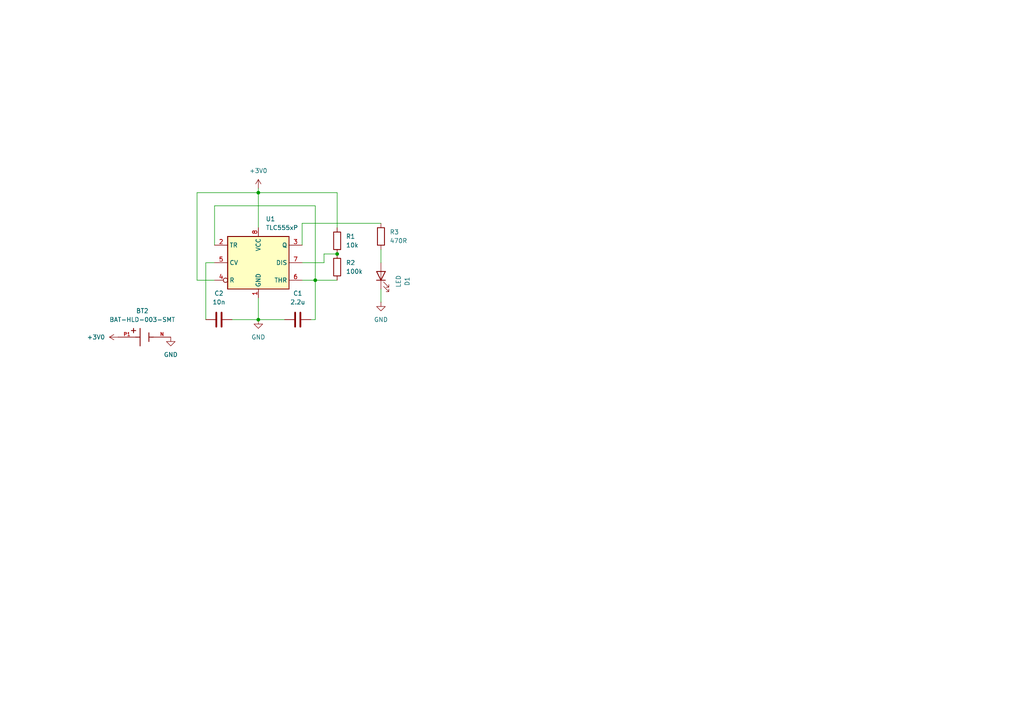
<source format=kicad_sch>
(kicad_sch (version 20250114) (generator "eeschema") (generator_version "9.0")
  (paper "A4")
  (lib_symbols
    (symbol "BAT-HLD-003-SMT:BAT-HLD-003-SMT" (pin_names (offset 1.016))
      (property "Reference" "BT" (at -3.81 3.81 0))
      (property "Value" "BAT-HLD-003-SMT" (at -3.81 -5.08 0))
      (symbol "BAT-HLD-003-SMT_0_0"
        (polyline (pts (xy -3.81 1.905) (xy -2.54 1.905)) (stroke (width 0.254)))
        (polyline (pts (xy -3.175 2.54) (xy -3.175 1.27)) (stroke (width 0.254)))
        (polyline (pts (xy -1.27 2.54) (xy -1.27 0)) (stroke (width 0.254)))
        (polyline (pts (xy -1.27 0) (xy -2.54 0)) (stroke (width 0.254)))
        (polyline (pts (xy -1.27 0) (xy -1.27 -2.54)) (stroke (width 0.254)))
        (polyline (pts (xy 1.27 1.27) (xy 1.27 0)) (stroke (width 0.254)))
        (polyline (pts (xy 1.27 0) (xy 1.27 -1.27)) (stroke (width 0.254)))
        (polyline (pts (xy 1.27 0) (xy 2.54 0)) (stroke (width 0.254)))
        (pin passive line (at -7.62 0 0) (length 5.08) (name "~") (number "P1"))
        (pin passive line (at -7.62 0 0) (length 5.08) (hide yes) (name "~") (number "P2"))
        (pin passive line (at 7.62 0 180) (length 5.08) (name "~") (number "N"))
      )
    )
    (symbol "Device:C" (pin_numbers (hide yes)) (pin_names (offset 0.254))
      (property "Reference" "C" (at 0.635 2.54 0))
      (property "Value" "C" (at 0.635 -2.54 0))
      (symbol "C_0_1"
        (polyline (pts (xy -2.032 0.762) (xy 2.032 0.762)) (stroke (width 0.508)))
        (polyline (pts (xy -2.032 -0.762) (xy 2.032 -0.762)) (stroke (width 0.508)))
      )
      (symbol "C_1_1"
        (pin passive line (at 0 3.81 270) (length 2.794) (name "~") (number "1"))
        (pin passive line (at 0 -3.81 90) (length 2.794) (name "~") (number "2"))
      )
    )
    (symbol "Device:LED" (pin_numbers (hide yes)) (pin_names (offset 1.016) (hide yes))
      (property "Reference" "D" (at 0 2.54 0))
      (property "Value" "LED" (at 0 -2.54 0))
      (symbol "LED_0_1"
        (polyline (pts (xy -3.048 -0.762) (xy -4.572 -2.286) (xy -3.81 -2.286) (xy -4.572 -2.286) (xy -4.572 -1.524)))
        (polyline (pts (xy -1.778 -0.762) (xy -3.302 -2.286) (xy -2.54 -2.286) (xy -3.302 -2.286) (xy -3.302 -1.524)))
        (polyline (pts (xy -1.27 0) (xy 1.27 0)))
        (polyline (pts (xy -1.27 -1.27) (xy -1.27 1.27)) (stroke (width 0.254)))
        (polyline (pts (xy 1.27 -1.27) (xy 1.27 1.27) (xy -1.27 0) (xy 1.27 -1.27)) (stroke (width 0.254)))
      )
      (symbol "LED_1_1"
        (pin passive line (at -3.81 0 0) (length 2.54) (name "K") (number "1"))
        (pin passive line (at 3.81 0 180) (length 2.54) (name "A") (number "2"))
      )
    )
    (symbol "Device:R" (pin_numbers (hide yes)) (pin_names (offset 0))
      (property "Reference" "R" (at 2.032 0 90))
      (property "Value" "R" (at 0 0 90))
      (symbol "R_0_1"
        (rectangle (start -1.016 -2.54) (end 1.016 2.54) (stroke (width 0.254)))
      )
      (symbol "R_1_1"
        (pin passive line (at 0 3.81 270) (length 1.27) (name "~") (number "1"))
        (pin passive line (at 0 -3.81 90) (length 1.27) (name "~") (number "2"))
      )
    )
    (symbol "Timer:TLC555xP"
      (property "Reference" "U" (at -10.16 8.89 0))
      (property "Value" "TLC555xP" (at 2.54 8.89 0))
      (symbol "TLC555xP_0_0"
        (pin power_in line (at 0 10.16 270) (length 2.54) (name "VCC") (number "8"))
        (pin power_in line (at 0 -10.16 90) (length 2.54) (name "GND") (number "1"))
      )
      (symbol "TLC555xP_0_1"
        (rectangle (start -8.89 -7.62) (end 8.89 7.62) (stroke (width 0.254)) (fill (type background)))
        (rectangle (start -8.89 -7.62) (end 8.89 7.62) (stroke (width 0.254)) (fill (type background)))
      )
      (symbol "TLC555xP_1_1"
        (pin input line (at -12.7 5.08 0) (length 3.81) (name "TR") (number "2"))
        (pin input line (at -12.7 0 0) (length 3.81) (name "CV") (number "5"))
        (pin input inverted (at -12.7 -5.08 0) (length 3.81) (name "R") (number "4"))
        (pin output line (at 12.7 5.08 180) (length 3.81) (name "Q") (number "3"))
        (pin input line (at 12.7 0 180) (length 3.81) (name "DIS") (number "7"))
        (pin input line (at 12.7 -5.08 180) (length 3.81) (name "THR") (number "6"))
      )
    )
    (symbol "power:+3V0" (power) (pin_numbers (hide yes)) (pin_names (offset 0) (hide yes))
      (property "Value" "+3V0" (at 0 3.556 0))
      (symbol "+3V0_0_1"
        (polyline (pts (xy -0.762 1.27) (xy 0 2.54)))
        (polyline (pts (xy 0 2.54) (xy 0.762 1.27)))
        (polyline (pts (xy 0 0) (xy 0 2.54)))
      )
      (symbol "+3V0_1_1"
        (pin power_in line (at 0 0 90) (length 0) (name "~") (number "1"))
      )
    )
    (symbol "power:GND" (power) (pin_numbers (hide yes)) (pin_names (offset 0) (hide yes))
      (property "Value" "GND" (at 0 -3.81 0))
      (symbol "GND_0_1"
        (polyline (pts (xy 0 0) (xy 0 -1.27) (xy 1.27 -1.27) (xy 0 -2.54) (xy -1.27 -1.27) (xy 0 -1.27)))
      )
      (symbol "GND_1_1"
        (pin power_in line (at 0 0 270) (length 0) (name "~") (number "1"))
      )
    )
  )
  (junction (at 91.44 81.28))
  (junction (at 74.93 55.88))
  (junction (at 97.79 73.66))
  (junction (at 74.93 92.71))
  (wire (pts (xy 91.44 59.69) (xy 91.44 81.28)))
  (wire (pts (xy 62.23 59.69) (xy 91.44 59.69)))
  (wire (pts (xy 90.17 92.71) (xy 91.44 92.71)))
  (wire (pts (xy 57.15 55.88) (xy 57.15 81.28)))
  (wire (pts (xy 74.93 55.88) (xy 57.15 55.88)))
  (wire (pts (xy 87.63 76.2) (xy 93.98 76.2)))
  (wire (pts (xy 97.79 66.04) (xy 97.79 55.88)))
  (wire (pts (xy 59.69 76.2) (xy 62.23 76.2)))
  (wire (pts (xy 91.44 81.28) (xy 87.63 81.28)))
  (wire (pts (xy 59.69 92.71) (xy 59.69 76.2)))
  (wire (pts (xy 74.93 54.61) (xy 74.93 55.88)))
  (wire (pts (xy 91.44 81.28) (xy 97.79 81.28)))
  (wire (pts (xy 87.63 64.77) (xy 110.49 64.77)))
  (wire (pts (xy 74.93 55.88) (xy 74.93 66.04)))
  (wire (pts (xy 57.15 81.28) (xy 62.23 81.28)))
  (wire (pts (xy 110.49 83.82) (xy 110.49 87.63)))
  (wire (pts (xy 87.63 71.12) (xy 87.63 64.77)))
  (wire (pts (xy 74.93 92.71) (xy 82.55 92.71)))
  (wire (pts (xy 93.98 73.66) (xy 97.79 73.66)))
  (wire (pts (xy 74.93 86.36) (xy 74.93 92.71)))
  (wire (pts (xy 91.44 81.28) (xy 91.44 92.71)))
  (wire (pts (xy 110.49 72.39) (xy 110.49 76.2)))
  (wire (pts (xy 93.98 76.2) (xy 93.98 73.66)))
  (wire (pts (xy 97.79 55.88) (xy 74.93 55.88)))
  (wire (pts (xy 62.23 71.12) (xy 62.23 59.69)))
  (wire (pts (xy 67.31 92.71) (xy 74.93 92.71)))
  (symbol (lib_id "power:GND") (at 74.93 92.71 0) (unit 1)
    (property "Reference" "#PWR02" (effects (hide yes)))
    (property "Value" "GND" (at 74.93 97.79 0))
    (property "Description" "Power symbol creates a global label with name \"GND\" , ground" (effects (hide yes)))
  )
  (symbol (lib_id "power:+3V0") (at 74.93 54.61 0) (unit 1)
    (property "Reference" "#PWR01" (effects (hide yes)))
    (property "Value" "+3V0" (at 74.93 49.53 0))
    (property "Description" "Power symbol creates a global label with name \"+3V0\"" (effects (hide yes)))
  )
  (symbol (lib_id "power:GND") (at 110.49 87.63 0) (unit 1)
    (property "Reference" "#PWR03" (effects (hide yes)))
    (property "Value" "GND" (at 110.49 92.71 0))
    (property "Description" "Power symbol creates a global label with name \"GND\" , ground" (effects (hide yes)))
  )
  (symbol (lib_id "Timer:TLC555xP") (at 74.93 76.2 0) (unit 1)
    (property "Reference" "U1" (at 77.0733 63.5 0) (effects (justify left)))
    (property "Value" "TLC555xP" (at 77.0733 66.04 0) (effects (justify left)))
    (property "Footprint" "Package_DIP:DIP-8_W7.62mm" (effects (hide yes)))
    (property "Datasheet" "http://www.ti.com/lit/ds/symlink/tlc555.pdf" (effects (hide yes)))
    (property "Description" "Single LinCMOS Timer, 555 compatible, PDIP-8" (effects (hide yes)))
  )
  (symbol (lib_id "Device:C") (at 86.36 92.71 90) (unit 1)
    (property "Reference" "C1" (at 86.36 85.09 90))
    (property "Value" "2.2u" (at 86.36 87.63 90))
    (property "Footprint" "Capacitor_THT:C_Disc_D6.0mm_W4.4mm_P5.00mm" (effects (hide yes)))
    (property "Description" "Unpolarized capacitor" (effects (hide yes)))
  )
  (symbol (lib_id "power:+3V0") (at 34.29 97.79 90) (unit 1)
    (property "Reference" "#PWR05" (effects (hide yes)))
    (property "Value" "+3V0" (at 30.48 97.7899 90) (effects (justify left)))
    (property "Description" "Power symbol creates a global label with name \"+3V0\"" (effects (hide yes)))
  )
  (symbol (lib_id "Device:C") (at 63.5 92.71 90) (unit 1)
    (property "Reference" "C2" (at 63.5 85.09 90))
    (property "Value" "10n" (at 63.5 87.63 90))
    (property "Footprint" "Capacitor_THT:C_Disc_D6.0mm_W4.4mm_P5.00mm" (effects (hide yes)))
    (property "Description" "Unpolarized capacitor" (effects (hide yes)))
  )
  (symbol (lib_id "Device:LED") (at 110.49 80.01 90) (unit 1)
    (property "Reference" "D1" (at 118.11 81.5975 0))
    (property "Value" "LED" (at 115.57 81.5975 0))
    (property "Footprint" "LED_THT:LED_D1.8mm_W3.3mm_H2.4mm" (effects (hide yes)))
    (property "Description" "Light emitting diode" (effects (hide yes)))
    (property "Sim.Pins" "1=K 2=A" (effects (hide yes)))
  )
  (symbol (lib_id "BAT-HLD-003-SMT:BAT-HLD-003-SMT") (at 41.91 97.79 0) (unit 1)
    (property "Reference" "BT2" (at 41.275 90.17 0))
    (property "Value" "BAT-HLD-003-SMT" (at 41.275 92.71 0))
    (property "Footprint" "BAT-HLD-003-SMT:BAT_BAT-HLD-003-SMT" (effects (hide yes)))
    (property "DigiKey_Part_Number" "343-BAT-HLD-003-SMT-ND" (effects (hide yes)))
    (property "SnapEDA_Link" "https://www.snapeda.com/parts/BAT-HLD-003-SMT/TE+Connectivity/view-part/?ref=snap" (effects (hide yes)))
    (property "Check_prices" "https://www.snapeda.com/parts/BAT-HLD-003-SMT/TE+Connectivity/view-part/?ref=eda" (effects (hide yes)))
    (property "Package" "None" (effects (hide yes)))
    (property "Price" "None" (effects (hide yes)))
    (property "MF" "TE Connectivity" (effects (hide yes)))
    (property "MP" "BAT-HLD-003-SMT" (effects (hide yes)))
    (property "Purchase-URL" "https://www.snapeda.com/api/url_track_click_mouser/?unipart_id=6393643&manufacturer=Linx Technologies Inc.&part_name=BAT-HLD-003-SMT&search_term=None" (effects (hide yes)))
    (property "Availability" "In Stock" (effects (hide yes)))
    (property "Description_1" "Battery Holder Coin 20 SMT Nickel" (effects (hide yes)))
  )
  (symbol (lib_id "Device:R") (at 110.49 68.58 180) (unit 1)
    (property "Reference" "R3" (at 113.03 67.3099 0) (effects (justify right)))
    (property "Value" "470R" (at 113.03 69.8499 0) (effects (justify right)))
    (property "Footprint" "Resistor_THT:R_Axial_DIN0207_L6.3mm_D2.5mm_P7.62mm_Horizontal" (effects (hide yes)))
    (property "Description" "Resistor" (effects (hide yes)))
  )
  (symbol (lib_id "Device:R") (at 97.79 69.85 0) (unit 1)
    (property "Reference" "R1" (at 100.33 68.5799 0) (effects (justify left)))
    (property "Value" "10k" (at 100.33 71.1199 0) (effects (justify left)))
    (property "Footprint" "Resistor_THT:R_Axial_DIN0207_L6.3mm_D2.5mm_P7.62mm_Horizontal" (effects (hide yes)))
    (property "Description" "Resistor" (effects (hide yes)))
  )
  (symbol (lib_id "Device:R") (at 97.79 77.47 0) (unit 1)
    (property "Reference" "R2" (at 100.33 76.1999 0) (effects (justify left)))
    (property "Value" "100k" (at 100.33 78.7399 0) (effects (justify left)))
    (property "Footprint" "Resistor_THT:R_Axial_DIN0207_L6.3mm_D2.5mm_P7.62mm_Horizontal" (effects (hide yes)))
    (property "Description" "Resistor" (effects (hide yes)))
  )
  (symbol (lib_id "power:GND") (at 49.53 97.79 0) (unit 1)
    (property "Reference" "#PWR04" (effects (hide yes)))
    (property "Value" "GND" (at 49.53 102.87 0))
    (property "Description" "Power symbol creates a global label with name \"GND\" , ground" (effects (hide yes)))
  )
)
</source>
